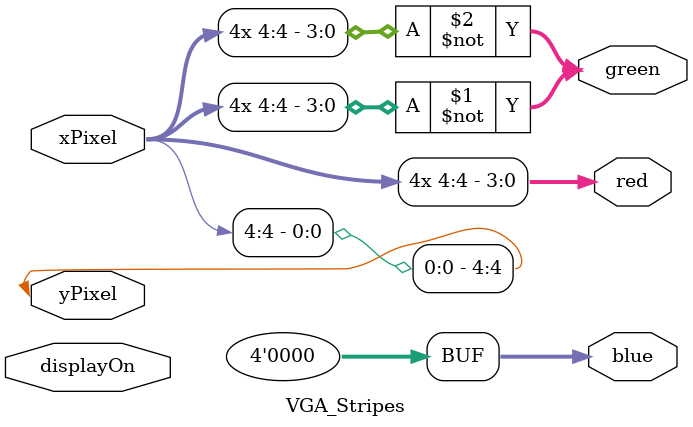
<source format=sv>
module VGA_Stripes(
    input logic displayOn,
    input logic [10:0]xPixel,yPixel,
    output logic [3:0]red,green,blue
);
    //ºá²ÊÌõ
    assign red   =  {4{yPixel[4]}};
    assign green = ~{4{yPixel[4]}};
    assign blue  = 0;
    //Êú²ÊÌõ
    assign red   =  {4{xPixel[4]}};
    assign green = ~{4{xPixel[4]}};
    assign blue  = 0;
endmodule
</source>
